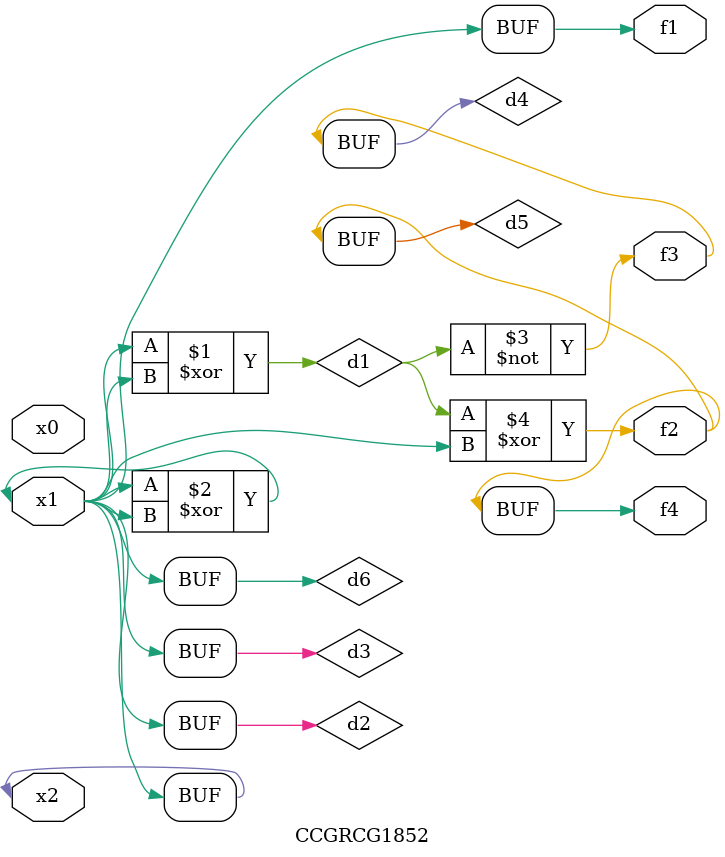
<source format=v>
module CCGRCG1852(
	input x0, x1, x2,
	output f1, f2, f3, f4
);

	wire d1, d2, d3, d4, d5, d6;

	xor (d1, x1, x2);
	buf (d2, x1, x2);
	xor (d3, x1, x2);
	nor (d4, d1);
	xor (d5, d1, d2);
	buf (d6, d2, d3);
	assign f1 = d6;
	assign f2 = d5;
	assign f3 = d4;
	assign f4 = d5;
endmodule

</source>
